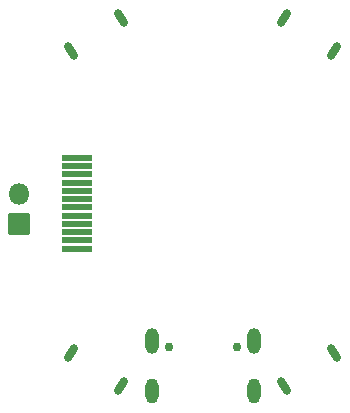
<source format=gbs>
G04 #@! TF.GenerationSoftware,KiCad,Pcbnew,(6.0.0-0)*
G04 #@! TF.CreationDate,2022-01-16T18:57:31+10:00*
G04 #@! TF.ProjectId,osw-light,6f73772d-6c69-4676-9874-2e6b69636164,3.3*
G04 #@! TF.SameCoordinates,Original*
G04 #@! TF.FileFunction,Soldermask,Bot*
G04 #@! TF.FilePolarity,Negative*
%FSLAX46Y46*%
G04 Gerber Fmt 4.6, Leading zero omitted, Abs format (unit mm)*
G04 Created by KiCad (PCBNEW (6.0.0-0)) date 2022-01-16 18:57:31*
%MOMM*%
%LPD*%
G01*
G04 APERTURE LIST*
G04 Aperture macros list*
%AMRoundRect*
0 Rectangle with rounded corners*
0 $1 Rounding radius*
0 $2 $3 $4 $5 $6 $7 $8 $9 X,Y pos of 4 corners*
0 Add a 4 corners polygon primitive as box body*
4,1,4,$2,$3,$4,$5,$6,$7,$8,$9,$2,$3,0*
0 Add four circle primitives for the rounded corners*
1,1,$1+$1,$2,$3*
1,1,$1+$1,$4,$5*
1,1,$1+$1,$6,$7*
1,1,$1+$1,$8,$9*
0 Add four rect primitives between the rounded corners*
20,1,$1+$1,$2,$3,$4,$5,0*
20,1,$1+$1,$4,$5,$6,$7,0*
20,1,$1+$1,$6,$7,$8,$9,0*
20,1,$1+$1,$8,$9,$2,$3,0*%
%AMHorizOval*
0 Thick line with rounded ends*
0 $1 width*
0 $2 $3 position (X,Y) of the first rounded end (center of the circle)*
0 $4 $5 position (X,Y) of the second rounded end (center of the circle)*
0 Add line between two ends*
20,1,$1,$2,$3,$4,$5,0*
0 Add two circle primitives to create the rounded ends*
1,1,$1,$2,$3*
1,1,$1,$4,$5*%
G04 Aperture macros list end*
%ADD10O,1.102000X2.102000*%
%ADD11O,1.152000X2.202000*%
%ADD12C,0.752000*%
%ADD13HorizOval,0.702000X0.251623X-0.387466X-0.251623X0.387466X0*%
%ADD14HorizOval,0.702000X-0.251623X-0.387466X0.251623X0.387466X0*%
%ADD15HorizOval,0.702000X-0.251623X0.387466X0.251623X-0.387466X0*%
%ADD16HorizOval,0.702000X0.251623X0.387466X-0.251623X-0.387466X0*%
%ADD17O,1.802000X1.802000*%
%ADD18RoundRect,0.051000X0.850000X0.850000X-0.850000X0.850000X-0.850000X-0.850000X0.850000X-0.850000X0*%
%ADD19RoundRect,0.051000X-1.250000X0.175000X-1.250000X-0.175000X1.250000X-0.175000X1.250000X0.175000X0*%
G04 APERTURE END LIST*
D10*
X71880000Y-117600000D03*
D11*
X71880000Y-113420000D03*
D10*
X80520000Y-117600000D03*
D11*
X80520000Y-113420000D03*
D12*
X73310000Y-113920000D03*
X79090000Y-113920000D03*
D13*
X83095937Y-117163051D03*
X87356383Y-114396284D03*
D14*
X65043617Y-114396284D03*
X69304063Y-117163051D03*
D15*
X69304063Y-86036949D03*
X65043617Y-88803716D03*
D16*
X87356383Y-88803716D03*
X83095937Y-86036949D03*
D17*
X60642500Y-100901500D03*
D18*
X60642500Y-103441500D03*
D19*
X65528000Y-102077000D03*
X65528000Y-102777000D03*
X65528000Y-103477000D03*
X65528000Y-104177000D03*
X65528000Y-104877000D03*
X65528000Y-105577000D03*
X65528000Y-101377000D03*
X65528000Y-100677000D03*
X65528000Y-99977000D03*
X65528000Y-99277000D03*
X65528000Y-98577000D03*
X65528000Y-97877000D03*
M02*

</source>
